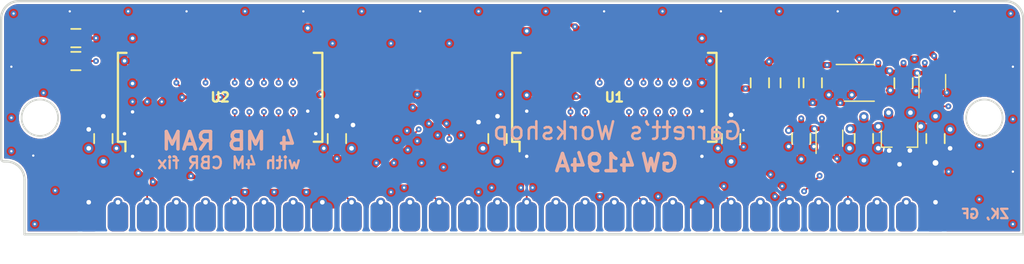
<source format=kicad_pcb>
(kicad_pcb (version 20171130) (host pcbnew "(5.1.10-1-10_14)")
  (title_block (title GW4194A) (date 2021-06-19) (rev 1.0-SOJ) (company "Garrett's Workshop"))
  (layers (0 F.Cu signal) (1 In1.Cu power) (2 In2.Cu signal) (31 B.Cu power) (34 B.Paste user) (35 F.Paste user) (36 B.SilkS user) (37 F.SilkS user) (38 B.Mask user) (39 F.Mask user) (44 Edge.Cuts user))
  (net 0 "")
  (net 1 +5V)
  (net 2 /D0)
  (net 3 /D1)
  (net 4 /~WE~)
  (net 5 /~RAS~)
  (net 6 /~CAS~)
  (net 7 /D2)
  (net 8 /D3)
  (net 9 GND)
  (net 10 /D4)
  (net 11 /D5)
  (net 12 /D6)
  (net 13 /A11)
  (net 14 /D7)
  (net 15 /QP)
  (net 16 /~CASP~)
  (net 17 /DP)
  (net 18 /1A0)
  (net 19 /1A1)
  (net 20 /1A2)
  (net 21 /1A3)
  (net 22 /1A4)
  (net 23 /1A5)
  (net 24 /1A6)
  (net 25 /1A7)
  (net 26 /1A8)
  (net 27 /1A10)
  (net 28 /1A9)
  (net 29 /~RWE~)
  (net 30 /~OE~)
  (net 31 /~WEE~)
  (net 32 "Net-(U4-Pad5)")
  (net 33 +3V3)
  (net 34 "Net-(R3-Pad2)")
  (net 35 "Net-(R4-Pad2)")
  (net 36 "Net-(C9-Pad1)")
  (module stdpads:NXP_TSSOP-8_3x3mm_P0.65mm (layer F.Cu) (at 150.85 88.4)
    (fp_text reference U4)
    (fp_text value 74LVC1G74DC)
    (pad 8 smd roundrect (at 1.65 -1.05) (size 1.15 0.6) (layers F.Cu F.Paste F.Mask) (net 33 +3V3))
    (pad 7 smd roundrect (at 1.65 -0.325) (size 1.15 0.45) (layers F.Cu F.Paste F.Mask) (net 33 +3V3))
    (pad 6 smd roundrect (at 1.65 0.325) (size 1.15 0.45) (layers F.Cu F.Paste F.Mask) (net 34 "Net-(R3-Pad2)"))
    (pad 5 smd roundrect (at 1.65 1.05) (size 1.15 0.6) (layers F.Cu F.Paste F.Mask) (net 32 "Net-(U4-Pad5)"))
    (pad 4 smd roundrect (at -1.65 1.05) (size 1.15 0.6) (layers F.Cu F.Paste F.Mask) (net 9 GND))
    (pad 3 smd roundrect (at -1.65 0.325) (size 1.15 0.4) (layers F.Cu F.Paste F.Mask) (net 31 /~WEE~))
    (pad 2 smd roundrect (at -1.65 -0.325) (size 1.15 0.4) (layers F.Cu F.Paste F.Mask) (net 6 /~CAS~))
    (pad 1 smd roundrect (at -1.65 -1.05) (size 1.15 0.6) (layers F.Cu F.Paste F.Mask) (net 36 "Net-(C9-Pad1)"))
  )
  (module stdpads:SIMM-30_Edge (layer F.Cu) (at 120.65 99.822)
    (fp_text reference J1)
    (fp_text value DRAM-SIMM-30)
    (pad 1 smd roundrect (at -36.83 0.254) (size 1.778 2.54) (layers B.Cu B.Mask) (net 1 +5V))
    (pad 1 smd roundrect (at -36.83 0.254) (size 1.778 2.54) (layers F.Cu F.Mask) (net 1 +5V))
    (pad 2 smd roundrect (at -34.29 0.254) (size 1.778 2.54) (layers B.Cu B.Mask) (net 6 /~CAS~))
    (pad 3 smd roundrect (at -31.75 0.254) (size 1.778 2.54) (layers B.Cu B.Mask) (net 2 /D0))
    (pad 4 smd roundrect (at -29.21 0.254) (size 1.778 2.54) (layers B.Cu B.Mask) (net 22 /1A4))
    (pad 5 smd roundrect (at -26.67 0.254) (size 1.778 2.54) (layers B.Cu B.Mask) (net 21 /1A3))
    (pad 6 smd roundrect (at -24.13 0.254) (size 1.778 2.54) (layers B.Cu B.Mask) (net 3 /D1))
    (pad 7 smd roundrect (at -21.59 0.254) (size 1.778 2.54) (layers B.Cu B.Mask) (net 23 /1A5))
    (pad 8 smd roundrect (at -19.05 0.254) (size 1.778 2.54) (layers B.Cu B.Mask) (net 20 /1A2))
    (pad 9 smd roundrect (at -16.51 0.254) (size 1.778 2.54) (layers B.Cu B.Mask) (net 9 GND))
    (pad 10 smd roundrect (at -13.97 0.254) (size 1.778 2.54) (layers B.Cu B.Mask) (net 7 /D2))
    (pad 11 smd roundrect (at -11.43 0.254) (size 1.778 2.54) (layers B.Cu B.Mask) (net 24 /1A6))
    (pad 12 smd roundrect (at -8.89 0.254) (size 1.778 2.54) (layers B.Cu B.Mask) (net 19 /1A1))
    (pad 13 smd roundrect (at -6.35 0.254) (size 1.778 2.54) (layers B.Cu B.Mask) (net 8 /D3))
    (pad 14 smd roundrect (at -3.81 0.254) (size 1.778 2.54) (layers B.Cu B.Mask) (net 25 /1A7))
    (pad 15 smd roundrect (at -1.27 0.254) (size 1.778 2.54) (layers B.Cu B.Mask) (net 18 /1A0))
    (pad 16 smd roundrect (at 1.27 0.254) (size 1.778 2.54) (layers B.Cu B.Mask) (net 10 /D4))
    (pad 17 smd roundrect (at 3.81 0.254) (size 1.778 2.54) (layers B.Cu B.Mask) (net 26 /1A8))
    (pad 18 smd roundrect (at 6.35 0.254) (size 1.778 2.54) (layers B.Cu B.Mask) (net 27 /1A10))
    (pad 19 smd roundrect (at 8.89 0.254) (size 1.778 2.54) (layers B.Cu B.Mask) (net 28 /1A9))
    (pad 20 smd roundrect (at 11.43 0.254) (size 1.778 2.54) (layers B.Cu B.Mask) (net 11 /D5))
    (pad 21 smd roundrect (at 13.97 0.254) (size 1.778 2.54) (layers B.Cu B.Mask) (net 4 /~WE~))
    (pad 22 smd roundrect (at 16.51 0.254) (size 1.778 2.54) (layers B.Cu B.Mask) (net 9 GND))
    (pad 23 smd roundrect (at 19.05 0.254) (size 1.778 2.54) (layers B.Cu B.Mask) (net 12 /D6))
    (pad 24 smd roundrect (at 21.59 0.254) (size 1.778 2.54) (layers B.Cu B.Mask) (net 13 /A11))
    (pad 25 smd roundrect (at 24.13 0.254) (size 1.778 2.54) (layers B.Cu B.Mask) (net 14 /D7))
    (pad 26 smd roundrect (at 26.67 0.254) (size 1.778 2.54) (layers B.Cu B.Mask) (net 15 /QP))
    (pad 27 smd roundrect (at 29.21 0.254) (size 1.778 2.54) (layers B.Cu B.Mask) (net 5 /~RAS~))
    (pad 28 smd roundrect (at 31.75 0.254) (size 1.778 2.54) (layers B.Cu B.Mask) (net 16 /~CASP~))
    (pad 29 smd roundrect (at 34.29 0.254) (size 1.778 2.54) (layers B.Cu B.Mask) (net 17 /DP))
    (pad 30 smd roundrect (at 36.83 0.254) (size 1.778 2.54) (layers B.Cu B.Mask) (net 1 +5V))
    (pad 2 smd roundrect (at -34.29 0.254) (size 1.778 2.54) (layers F.Cu F.Mask) (net 6 /~CAS~))
    (pad 3 thru_hole circle (at -31.75 -1.016) (size 0.8 0.8) (drill 0.4) (layers *.Cu *.Mask) (net 2 /D0))
    (pad 11 smd roundrect (at -11.43 0.254) (size 1.778 2.54) (layers F.Cu F.Mask) (net 24 /1A6))
    (pad 5 smd roundrect (at -26.67 0.254) (size 1.778 2.54) (layers F.Cu F.Mask) (net 21 /1A3))
    (pad 12 smd roundrect (at -8.89 0.254) (size 1.778 2.54) (layers F.Cu F.Mask) (net 19 /1A1))
    (pad 26 smd roundrect (at 26.67 0.254) (size 1.778 2.54) (layers F.Cu F.Mask) (net 15 /QP))
    (pad 13 smd roundrect (at -6.35 0.254) (size 1.778 2.54) (layers F.Cu F.Mask) (net 8 /D3))
    (pad 14 smd roundrect (at -3.81 0.254) (size 1.778 2.54) (layers F.Cu F.Mask) (net 25 /1A7))
    (pad 4 smd roundrect (at -29.21 0.254) (size 1.778 2.54) (layers F.Cu F.Mask) (net 22 /1A4))
    (pad 29 smd roundrect (at 34.29 0.254) (size 1.778 2.54) (layers F.Cu F.Mask) (net 17 /DP))
    (pad 3 smd roundrect (at -31.75 0.254) (size 1.778 2.54) (layers F.Cu F.Mask) (net 2 /D0))
    (pad 24 smd roundrect (at 21.59 0.254) (size 1.778 2.54) (layers F.Cu F.Mask) (net 13 /A11))
    (pad 16 smd roundrect (at 1.27 0.254) (size 1.778 2.54) (layers F.Cu F.Mask) (net 10 /D4))
    (pad 20 smd roundrect (at 11.43 0.254) (size 1.778 2.54) (layers F.Cu F.Mask) (net 11 /D5))
    (pad 23 smd roundrect (at 19.05 0.254) (size 1.778 2.54) (layers F.Cu F.Mask) (net 12 /D6))
    (pad 9 smd roundrect (at -16.51 0.254) (size 1.778 2.54) (layers F.Cu F.Mask) (net 9 GND))
    (pad 18 smd roundrect (at 6.35 0.254) (size 1.778 2.54) (layers F.Cu F.Mask) (net 27 /1A10))
    (pad 21 smd roundrect (at 13.97 0.254) (size 1.778 2.54) (layers F.Cu F.Mask) (net 4 /~WE~))
    (pad 19 smd roundrect (at 8.89 0.254) (size 1.778 2.54) (layers F.Cu F.Mask) (net 28 /1A9))
    (pad 10 smd roundrect (at -13.97 0.254) (size 1.778 2.54) (layers F.Cu F.Mask) (net 7 /D2))
    (pad 22 smd roundrect (at 16.51 0.254) (size 1.778 2.54) (layers F.Cu F.Mask) (net 9 GND))
    (pad 6 smd roundrect (at -24.13 0.254) (size 1.778 2.54) (layers F.Cu F.Mask) (net 3 /D1))
    (pad 17 smd roundrect (at 3.81 0.254) (size 1.778 2.54) (layers F.Cu F.Mask) (net 26 /1A8))
    (pad 7 smd roundrect (at -21.59 0.254) (size 1.778 2.54) (layers F.Cu F.Mask) (net 23 /1A5))
    (pad 8 smd roundrect (at -19.05 0.254) (size 1.778 2.54) (layers F.Cu F.Mask) (net 20 /1A2))
    (pad 27 smd roundrect (at 29.21 0.254) (size 1.778 2.54) (layers F.Cu F.Mask) (net 5 /~RAS~))
    (pad 28 smd roundrect (at 31.75 0.254) (size 1.778 2.54) (layers F.Cu F.Mask) (net 16 /~CASP~))
    (pad 30 smd roundrect (at 36.83 0.254) (size 1.778 2.54) (layers F.Cu F.Mask) (net 1 +5V))
    (pad 15 smd roundrect (at -1.27 0.254) (size 1.778 2.54) (layers F.Cu F.Mask) (net 18 /1A0))
    (pad 25 smd roundrect (at 24.13 0.254) (size 1.778 2.54) (layers F.Cu F.Mask) (net 14 /D7))
    (pad 2 thru_hole circle (at -34.29 -1.016) (size 0.8 0.8) (drill 0.4) (layers *.Cu *.Mask) (net 6 /~CAS~))
    (pad 1 thru_hole circle (at -36.83 -1.016) (size 0.8 0.8) (drill 0.4) (layers *.Cu *.Mask) (net 1 +5V))
    (pad 5 thru_hole circle (at -26.67 -1.016) (size 0.8 0.8) (drill 0.4) (layers *.Cu *.Mask) (net 21 /1A3))
    (pad 4 thru_hole circle (at -29.21 -1.016) (size 0.8 0.8) (drill 0.4) (layers *.Cu *.Mask) (net 22 /1A4))
    (pad 6 thru_hole circle (at -24.13 -1.016) (size 0.8 0.8) (drill 0.4) (layers *.Cu *.Mask) (net 3 /D1))
    (pad 7 thru_hole circle (at -21.59 -1.016) (size 0.8 0.8) (drill 0.4) (layers *.Cu *.Mask) (net 23 /1A5))
    (pad 9 thru_hole circle (at -16.51 -1.016) (size 0.8 0.8) (drill 0.4) (layers *.Cu *.Mask) (net 9 GND))
    (pad 8 thru_hole circle (at -19.05 -1.016) (size 0.8 0.8) (drill 0.4) (layers *.Cu *.Mask) (net 20 /1A2))
    (pad 11 thru_hole circle (at -11.43 -1.016) (size 0.8 0.8) (drill 0.4) (layers *.Cu *.Mask) (net 24 /1A6))
    (pad 10 thru_hole circle (at -13.97 -1.016) (size 0.8 0.8) (drill 0.4) (layers *.Cu *.Mask) (net 7 /D2))
    (pad 12 thru_hole circle (at -8.89 -1.016) (size 0.8 0.8) (drill 0.4) (layers *.Cu *.Mask) (net 19 /1A1))
    (pad 14 thru_hole circle (at -3.81 -1.016) (size 0.8 0.8) (drill 0.4) (layers *.Cu *.Mask) (net 25 /1A7))
    (pad 13 thru_hole circle (at -6.35 -1.016) (size 0.8 0.8) (drill 0.4) (layers *.Cu *.Mask) (net 8 /D3))
    (pad 15 thru_hole circle (at -1.27 -1.016) (size 0.8 0.8) (drill 0.4) (layers *.Cu *.Mask) (net 18 /1A0))
    (pad 17 thru_hole circle (at 3.81 -1.016) (size 0.8 0.8) (drill 0.4) (layers *.Cu *.Mask) (net 26 /1A8))
    (pad 16 thru_hole circle (at 1.27 -1.016) (size 0.8 0.8) (drill 0.4) (layers *.Cu *.Mask) (net 10 /D4))
    (pad 18 thru_hole circle (at 6.35 -1.016) (size 0.8 0.8) (drill 0.4) (layers *.Cu *.Mask) (net 27 /1A10))
    (pad 27 thru_hole circle (at 29.21 -1.016) (size 0.8 0.8) (drill 0.4) (layers *.Cu *.Mask) (net 5 /~RAS~))
    (pad 26 thru_hole circle (at 26.67 -1.016) (size 0.8 0.8) (drill 0.4) (layers *.Cu *.Mask) (net 15 /QP))
    (pad 28 thru_hole circle (at 31.75 -1.016) (size 0.8 0.8) (drill 0.4) (layers *.Cu *.Mask) (net 16 /~CASP~))
    (pad 21 thru_hole circle (at 13.97 -1.016) (size 0.8 0.8) (drill 0.4) (layers *.Cu *.Mask) (net 4 /~WE~))
    (pad 20 thru_hole circle (at 11.43 -1.016) (size 0.8 0.8) (drill 0.4) (layers *.Cu *.Mask) (net 11 /D5))
    (pad 22 thru_hole circle (at 16.51 -1.016) (size 0.8 0.8) (drill 0.4) (layers *.Cu *.Mask) (net 9 GND))
    (pad 24 thru_hole circle (at 21.59 -1.016) (size 0.8 0.8) (drill 0.4) (layers *.Cu *.Mask) (net 13 /A11))
    (pad 23 thru_hole circle (at 19.05 -1.016) (size 0.8 0.8) (drill 0.4) (layers *.Cu *.Mask) (net 12 /D6))
    (pad 25 thru_hole circle (at 24.13 -1.016) (size 0.8 0.8) (drill 0.4) (layers *.Cu *.Mask) (net 14 /D7))
    (pad 19 thru_hole circle (at 8.89 -1.016) (size 0.8 0.8) (drill 0.4) (layers *.Cu *.Mask) (net 28 /1A9))
    (pad 29 thru_hole circle (at 34.29 -1.016) (size 0.8 0.8) (drill 0.4) (layers *.Cu *.Mask) (net 17 /DP))
    (pad 30 thru_hole circle (at 36.83 -1.016) (size 0.8 0.8) (drill 0.4) (layers *.Cu *.Mask) (net 1 +5V))
  )
  (module stdpads:R_0805 (layer F.Cu) (at 142.2 88.4 90)
    (fp_text reference R4)
    (fp_text value 100)
    (pad 2 smd roundrect (at 0.95 0 90) (size 0.85 1.4) (layers F.Cu F.Paste F.Mask) (net 35 "Net-(R4-Pad2)"))
    (pad 1 smd roundrect (at -0.95 0 90) (size 0.85 1.4) (layers F.Cu F.Paste F.Mask) (net 29 /~RWE~))
  )
  (module stdpads:C_0805 (layer F.Cu) (at 145.8 93.25 270)
    (fp_text reference C6)
    (fp_text value 2u2)
    (pad 2 smd roundrect (at 0.85 0 270) (size 1.05 1.4) (layers F.Cu F.Paste F.Mask) (net 9 GND))
    (pad 1 smd roundrect (at -0.85 0 270) (size 1.05 1.4) (layers F.Cu F.Paste F.Mask) (net 33 +3V3))
  )
  (module stdpads:C_0805 (layer F.Cu) (at 151.25 93.25 270)
    (fp_text reference C7 hide)
    (fp_text value 2u2 hide)
    (pad 1 smd roundrect (at -0.85 0 270) (size 1.05 1.4) (layers F.Cu F.Paste F.Mask) (net 33 +3V3))
    (pad 2 smd roundrect (at 0.85 0 270) (size 1.05 1.4) (layers F.Cu F.Paste F.Mask) (net 9 GND))
  )
  (module stdpads:C_0805 (layer F.Cu) (at 85.09 93.257 270)
    (fp_text reference C1 hide)
    (fp_text value 2u2 hide)
    (pad 1 smd roundrect (at -0.85 0 270) (size 1.05 1.4) (layers F.Cu F.Paste F.Mask) (net 1 +5V))
    (pad 2 smd roundrect (at 0.85 0 270) (size 1.05 1.4) (layers F.Cu F.Paste F.Mask) (net 9 GND))
  )
  (module stdpads:C_0805 (layer F.Cu) (at 105.41 93.257 270)
    (fp_text reference C2 hide)
    (fp_text value 2u2 hide)
    (pad 2 smd roundrect (at 0.85 0 270) (size 1.05 1.4) (layers F.Cu F.Paste F.Mask) (net 9 GND))
    (pad 1 smd roundrect (at -0.85 0 270) (size 1.05 1.4) (layers F.Cu F.Paste F.Mask) (net 1 +5V))
  )
  (module stdpads:C_0805 (layer F.Cu) (at 119.38 93.257 270)
    (fp_text reference C3 hide)
    (fp_text value 2u2 hide)
    (pad 1 smd roundrect (at -0.85 0 270) (size 1.05 1.4) (layers F.Cu F.Paste F.Mask) (net 1 +5V))
    (pad 2 smd roundrect (at 0.85 0 270) (size 1.05 1.4) (layers F.Cu F.Paste F.Mask) (net 9 GND))
  )
  (module stdpads:C_0805 (layer F.Cu) (at 157.48 93.257 90)
    (fp_text reference C5 hide)
    (fp_text value 2u2 hide)
    (pad 1 smd roundrect (at -0.85 0 90) (size 1.05 1.4) (layers F.Cu F.Paste F.Mask) (net 1 +5V))
    (pad 2 smd roundrect (at 0.85 0 90) (size 1.05 1.4) (layers F.Cu F.Paste F.Mask) (net 9 GND))
  )
  (module stdpads:R_0805 (layer F.Cu) (at 82.7 86.5 180)
    (fp_text reference R1)
    (fp_text value EDO)
    (pad 2 smd roundrect (at 0.95 0 180) (size 0.85 1.4) (layers F.Cu F.Paste F.Mask) (net 30 /~OE~))
    (pad 1 smd roundrect (at -0.95 0 180) (size 0.85 1.4) (layers F.Cu F.Paste F.Mask) (net 6 /~CAS~))
  )
  (module stdpads:R_0805 (layer F.Cu) (at 82.7 84.5)
    (fp_text reference R2)
    (fp_text value FPM)
    (pad 1 smd roundrect (at -0.95 0) (size 0.85 1.4) (layers F.Cu F.Paste F.Mask) (net 30 /~OE~))
    (pad 2 smd roundrect (at 0.95 0) (size 0.85 1.4) (layers F.Cu F.Paste F.Mask) (net 9 GND))
  )
  (module stdpads:SOT-23 (layer F.Cu) (at 154.35 93.25 90)
    (fp_text reference U6)
    (fp_text value XC6206PxxxMR)
    (pad 3 smd roundrect (at -1.05 0 270) (size 1.35 0.8) (layers F.Cu F.Paste F.Mask) (net 1 +5V))
    (pad 2 smd roundrect (at 1.05 -0.95 270) (size 1.35 0.8) (layers F.Cu F.Paste F.Mask) (net 33 +3V3))
    (pad 1 smd roundrect (at 1.05 0.95 270) (size 1.35 0.8) (layers F.Cu F.Paste F.Mask) (net 9 GND))
  )
  (module stdpads:C_0805 (layer F.Cu) (at 154.7 88.4 270)
    (fp_text reference C8)
    (fp_text value 2u2)
    (pad 1 smd roundrect (at -0.85 0 270) (size 1.05 1.4) (layers F.Cu F.Paste F.Mask) (net 33 +3V3))
    (pad 2 smd roundrect (at 0.85 0 270) (size 1.05 1.4) (layers F.Cu F.Paste F.Mask) (net 9 GND))
  )
  (module stdpads:C_0805 (layer F.Cu) (at 146.8 88.4 270)
    (fp_text reference C9)
    (fp_text value 22p)
    (pad 2 smd roundrect (at 0.85 0 270) (size 1.05 1.4) (layers F.Cu F.Paste F.Mask) (net 9 GND))
    (pad 1 smd roundrect (at -0.85 0 270) (size 1.05 1.4) (layers F.Cu F.Paste F.Mask) (net 36 "Net-(C9-Pad1)"))
  )
  (module stdpads:SOT-353 (layer F.Cu) (at 148.25 93.25 270)
    (fp_text reference U3)
    (fp_text value 74LVC1G04)
    (pad 5 smd roundrect (at -0.85 0.65 90) (size 1 0.4) (layers F.Cu F.Paste F.Mask) (net 33 +3V3))
    (pad 4 smd roundrect (at -0.85 -0.65 90) (size 1 0.4) (layers F.Cu F.Paste F.Mask) (net 34 "Net-(R3-Pad2)"))
    (pad 2 smd roundrect (at 0.85 0 90) (size 1 0.4) (layers F.Cu F.Paste F.Mask) (net 5 /~RAS~))
    (pad 1 smd roundrect (at 0.85 0.65 90) (size 1 0.4) (layers F.Cu F.Paste F.Mask))
    (pad 3 smd roundrect (at 0.85 -0.65 90) (size 1 0.4) (layers F.Cu F.Paste F.Mask) (net 9 GND))
  )
  (module stdpads:SOT-353 (layer F.Cu) (at 157.2 88.4 270)
    (fp_text reference U5)
    (fp_text value 74LVC1G32)
    (pad 3 smd roundrect (at 0.85 -0.65 90) (size 1 0.4) (layers F.Cu F.Paste F.Mask) (net 9 GND))
    (pad 1 smd roundrect (at 0.85 0.65 90) (size 1 0.4) (layers F.Cu F.Paste F.Mask) (net 4 /~WE~))
    (pad 2 smd roundrect (at 0.85 0 90) (size 1 0.4) (layers F.Cu F.Paste F.Mask) (net 31 /~WEE~))
    (pad 4 smd roundrect (at -0.85 -0.65 90) (size 1 0.4) (layers F.Cu F.Paste F.Mask) (net 35 "Net-(R4-Pad2)"))
    (pad 5 smd roundrect (at -0.85 0.65 90) (size 1 0.4) (layers F.Cu F.Paste F.Mask) (net 33 +3V3))
  )
  (module stdpads:R_0805 (layer F.Cu) (at 144.8 88.4 270)
    (fp_text reference R3)
    (fp_text value 100)
    (pad 1 smd roundrect (at -0.95 0 270) (size 0.85 1.4) (layers F.Cu F.Paste F.Mask) (net 36 "Net-(C9-Pad1)"))
    (pad 2 smd roundrect (at 0.95 0 270) (size 0.85 1.4) (layers F.Cu F.Paste F.Mask) (net 34 "Net-(R3-Pad2)"))
  )
  (module stdpads:SOJ-24-26_300mil (layer F.Cu) (at 129.54 89.662 90)
    (fp_text reference U1)
    (fp_text value 4C4M4)
    (fp_text user %R (at 0 0) (layer F.SilkS) (effects (font (size 0.8128 0.8128) (thickness 0.2032))))
    (pad 8 smd roundrect (at -3.175 1.27 90) (size 3.048 0.6) (layers F.Cu F.Paste F.Mask) (net 27 /1A10))
    (pad 19 smd roundrect (at 3.175 1.27 90) (size 3.048 0.6) (layers F.Cu F.Paste F.Mask) (net 26 /1A8))
    (pad 6 smd roundrect (at -3.175 -1.27 90) (size 3.048 0.6) (layers F.Cu F.Paste F.Mask))
    (pad 21 smd roundrect (at 3.175 -1.27 90) (size 3.048 0.6) (layers F.Cu F.Paste F.Mask) (net 28 /1A9))
    (pad 1 smd roundrect (at -3.175 -7.62 90) (size 3.048 0.6) (layers F.Cu F.Paste F.Mask) (net 1 +5V))
    (pad 2 smd roundrect (at -3.175 -6.35 90) (size 3.048 0.6) (layers F.Cu F.Paste F.Mask) (net 11 /D5))
    (pad 3 smd roundrect (at -3.175 -5.08 90) (size 3.048 0.6) (layers F.Cu F.Paste F.Mask) (net 14 /D7))
    (pad 4 smd roundrect (at -3.175 -3.81 90) (size 3.048 0.6) (layers F.Cu F.Paste F.Mask) (net 29 /~RWE~))
    (pad 5 smd roundrect (at -3.175 -2.54 90) (size 3.048 0.6) (layers F.Cu F.Paste F.Mask) (net 5 /~RAS~))
    (pad 9 smd roundrect (at -3.175 2.54 90) (size 3.048 0.6) (layers F.Cu F.Paste F.Mask) (net 18 /1A0))
    (pad 10 smd roundrect (at -3.175 3.81 90) (size 3.048 0.6) (layers F.Cu F.Paste F.Mask) (net 19 /1A1))
    (pad 11 smd roundrect (at -3.175 5.08 90) (size 3.048 0.6) (layers F.Cu F.Paste F.Mask) (net 20 /1A2))
    (pad 12 smd roundrect (at -3.175 6.35 90) (size 3.048 0.6) (layers F.Cu F.Paste F.Mask) (net 21 /1A3))
    (pad 13 smd roundrect (at -3.175 7.62 90) (size 3.048 0.6) (layers F.Cu F.Paste F.Mask) (net 1 +5V))
    (pad 15 smd roundrect (at 3.175 6.35 90) (size 3.048 0.6) (layers F.Cu F.Paste F.Mask) (net 22 /1A4))
    (pad 16 smd roundrect (at 3.175 5.08 90) (size 3.048 0.6) (layers F.Cu F.Paste F.Mask) (net 23 /1A5))
    (pad 17 smd roundrect (at 3.175 3.81 90) (size 3.048 0.6) (layers F.Cu F.Paste F.Mask) (net 24 /1A6))
    (pad 18 smd roundrect (at 3.175 2.54 90) (size 3.048 0.6) (layers F.Cu F.Paste F.Mask) (net 25 /1A7))
    (pad 22 smd roundrect (at 3.175 -2.54 90) (size 3.048 0.6) (layers F.Cu F.Paste F.Mask) (net 30 /~OE~))
    (pad 23 smd roundrect (at 3.175 -3.81 90) (size 3.048 0.6) (layers F.Cu F.Paste F.Mask) (net 6 /~CAS~))
    (pad 24 smd roundrect (at 3.175 -5.08 90) (size 3.048 0.6) (layers F.Cu F.Paste F.Mask) (net 12 /D6))
    (pad 25 smd roundrect (at 3.175 -6.35 90) (size 3.048 0.6) (layers F.Cu F.Paste F.Mask) (net 10 /D4))
    (pad 26 smd roundrect (at 3.175 -7.62 90) (size 3.048 0.6) (layers F.Cu F.Paste F.Mask) (net 9 GND))
    (pad 14 smd roundrect (at 3.175 7.62 90) (size 3.048 0.6) (layers F.Cu F.Paste F.Mask) (net 9 GND))
  )
  (module stdpads:SOJ-24-26_300mil (layer F.Cu) (at 95.25 89.662 90)
    (fp_text reference U2)
    (fp_text value 4C4M4)
    (fp_text user %R (at 0 0) (layer F.SilkS) (effects (font (size 0.8128 0.8128) (thickness 0.2032))))
    (pad 14 smd roundrect (at 3.175 7.62 90) (size 3.048 0.6) (layers F.Cu F.Paste F.Mask) (net 9 GND))
    (pad 26 smd roundrect (at 3.175 -7.62 90) (size 3.048 0.6) (layers F.Cu F.Paste F.Mask) (net 9 GND))
    (pad 25 smd roundrect (at 3.175 -6.35 90) (size 3.048 0.6) (layers F.Cu F.Paste F.Mask) (net 2 /D0))
    (pad 24 smd roundrect (at 3.175 -5.08 90) (size 3.048 0.6) (layers F.Cu F.Paste F.Mask) (net 7 /D2))
    (pad 23 smd roundrect (at 3.175 -3.81 90) (size 3.048 0.6) (layers F.Cu F.Paste F.Mask) (net 6 /~CAS~))
    (pad 22 smd roundrect (at 3.175 -2.54 90) (size 3.048 0.6) (layers F.Cu F.Paste F.Mask) (net 30 /~OE~))
    (pad 18 smd roundrect (at 3.175 2.54 90) (size 3.048 0.6) (layers F.Cu F.Paste F.Mask) (net 24 /1A6))
    (pad 17 smd roundrect (at 3.175 3.81 90) (size 3.048 0.6) (layers F.Cu F.Paste F.Mask) (net 25 /1A7))
    (pad 16 smd roundrect (at 3.175 5.08 90) (size 3.048 0.6) (layers F.Cu F.Paste F.Mask) (net 26 /1A8))
    (pad 15 smd roundrect (at 3.175 6.35 90) (size 3.048 0.6) (layers F.Cu F.Paste F.Mask) (net 28 /1A9))
    (pad 13 smd roundrect (at -3.175 7.62 90) (size 3.048 0.6) (layers F.Cu F.Paste F.Mask) (net 1 +5V))
    (pad 12 smd roundrect (at -3.175 6.35 90) (size 3.048 0.6) (layers F.Cu F.Paste F.Mask) (net 27 /1A10))
    (pad 11 smd roundrect (at -3.175 5.08 90) (size 3.048 0.6) (layers F.Cu F.Paste F.Mask) (net 18 /1A0))
    (pad 10 smd roundrect (at -3.175 3.81 90) (size 3.048 0.6) (layers F.Cu F.Paste F.Mask) (net 19 /1A1))
    (pad 9 smd roundrect (at -3.175 2.54 90) (size 3.048 0.6) (layers F.Cu F.Paste F.Mask) (net 20 /1A2))
    (pad 5 smd roundrect (at -3.175 -2.54 90) (size 3.048 0.6) (layers F.Cu F.Paste F.Mask) (net 5 /~RAS~))
    (pad 4 smd roundrect (at -3.175 -3.81 90) (size 3.048 0.6) (layers F.Cu F.Paste F.Mask) (net 29 /~RWE~))
    (pad 3 smd roundrect (at -3.175 -5.08 90) (size 3.048 0.6) (layers F.Cu F.Paste F.Mask) (net 8 /D3))
    (pad 2 smd roundrect (at -3.175 -6.35 90) (size 3.048 0.6) (layers F.Cu F.Paste F.Mask) (net 3 /D1))
    (pad 1 smd roundrect (at -3.175 -7.62 90) (size 3.048 0.6) (layers F.Cu F.Paste F.Mask) (net 1 +5V))
    (pad 21 smd roundrect (at 3.175 -1.27 90) (size 3.048 0.6) (layers F.Cu F.Paste F.Mask) (net 22 /1A4))
    (pad 6 smd roundrect (at -3.175 -1.27 90) (size 3.048 0.6) (layers F.Cu F.Paste F.Mask))
    (pad 19 smd roundrect (at 3.175 1.27 90) (size 3.048 0.6) (layers F.Cu F.Paste F.Mask) (net 23 /1A5))
    (pad 8 smd roundrect (at -3.175 1.27 90) (size 3.048 0.6) (layers F.Cu F.Paste F.Mask) (net 21 /1A3))
  )
  (module stdpads:C_0805 (layer F.Cu) (at 139.7 93.257 270)
    (fp_text reference C4)
    (fp_text value 2u2)
    (pad 1 smd roundrect (at -0.85 0 270) (size 1.05 1.4) (layers F.Cu F.Paste F.Mask) (net 1 +5V))
    (pad 2 smd roundrect (at 0.85 0 270) (size 1.05 1.4) (layers F.Cu F.Paste F.Mask) (net 9 GND))
  )
  (gr_text "ZK, GF" (at 161.798 99.822) (layer B.SilkS) (effects (font (size 0.8128 0.8128) (thickness 0.2032)) (justify mirror)))
  (gr_arc (start 76.6445 96.8375) (end 78.232 96.8375) (angle -90) (layer Edge.Cuts) (width 0.2))
  (gr_arc (start 76.454 94.996) (end 76.2 94.996) (angle -90) (layer Edge.Cuts) (width 0.2))
  (gr_line (start 78.232 101.6) (end 78.232 96.8375) (layer Edge.Cuts) (width 0.2))
  (gr_line (start 76.6445 95.25) (end 76.454 95.25) (layer Edge.Cuts) (width 0.2))
  (gr_text "4 MB RAM" (at 96.012 93.472) (layer B.SilkS) (effects (font (size 1.524 1.524) (thickness 0.3)) (justify mirror)))
  (gr_text "with 4M CBR fix" (at 96.012 95.377) (layer B.SilkS) (effects (font (size 1.016 1.016) (thickness 0.2032)) (justify mirror)))
  (gr_text "Garrett’s Workshop" (at 129.794 92.583) (layer B.SilkS) (effects (font (size 1.524 1.524) (thickness 0.225)) (justify mirror)))
  (gr_arc (start 77.724 82.804) (end 77.724 81.28) (angle -90) (layer Edge.Cuts) (width 0.2))
  (gr_arc (start 163.576 82.804) (end 165.1 82.804) (angle -90) (layer Edge.Cuts) (width 0.2))
  (gr_text 4194A (at 127.889 95.377) (layer B.SilkS) (effects (font (size 1.5 1.5) (thickness 0.3)) (justify mirror)))
  (gr_text GW (at 133.477 95.377) (layer B.SilkS) (effects (font (size 1.5 1.5) (thickness 0.3)) (justify mirror)))
  (gr_circle (center 79.5655 91.44) (end 77.978 91.44) (layer Edge.Cuts) (width 0.15))
  (gr_circle (center 161.7345 91.44) (end 163.322 91.44) (layer Edge.Cuts) (width 0.15))
  (gr_line (start 76.2 94.996) (end 76.2 82.804) (layer Edge.Cuts) (width 0.2))
  (gr_line (start 165.1 82.804) (end 165.1 101.6) (layer Edge.Cuts) (width 0.2))
  (gr_line (start 77.724 81.28) (end 163.576 81.28) (layer Edge.Cuts) (width 0.2))
  (gr_line (start 165.1 101.6) (end 78.232 101.6) (layer Edge.Cuts) (width 0.2))
  (segment (start 87.625 94.107) (end 87.63 94.112) (width 0.508) (layer F.Cu) (net 1))
  (segment (start 157.48 98.806) (end 157.48 95.377) (width 1.27) (layer F.Cu) (net 1))
  (segment (start 157.48 95.377) (end 157.48 94.107) (width 0.762) (layer F.Cu) (net 1))
  (via (at 158.75 94.107) (size 0.8) (drill 0.4) (layers F.Cu B.Cu) (net 1))
  (segment (start 157.48 94.107) (end 158.75 94.107) (width 0.8) (layer F.Cu) (net 1))
  (via (at 157.48 95.377) (size 1) (drill 0.5) (layers F.Cu B.Cu) (net 1))
  (via (at 153.45 94.3) (size 0.8) (drill 0.4) (layers F.Cu B.Cu) (net 1))
  (segment (start 154.35 94.3) (end 153.45 94.3) (width 0.8) (layer F.Cu) (net 1))
  (segment (start 154.35 94.3) (end 155.25 94.3) (width 0.8) (layer F.Cu) (net 1))
  (via (at 155.25 94.3) (size 0.8) (drill 0.4) (layers F.Cu B.Cu) (net 1))
  (via (at 154.35 95.5) (size 0.8) (drill 0.4) (layers F.Cu B.Cu) (net 1))
  (segment (start 154.35 94.3) (end 154.35 95.5) (width 0.8) (layer F.Cu) (net 1))
  (via (at 87.63 90.932) (size 0.6) (drill 0.3) (layers F.Cu B.Cu) (net 1))
  (segment (start 87.63 94.112) (end 87.63 90.932) (width 0.6) (layer F.Cu) (net 1))
  (via (at 159.131 82.169) (size 0.508) (drill 0.2) (layers F.Cu B.Cu) (net 1))
  (via (at 148.971 82.169) (size 0.508) (drill 0.2) (layers F.Cu B.Cu) (net 1))
  (via (at 92.329 82.169) (size 0.508) (drill 0.2) (layers F.Cu B.Cu) (net 1))
  (via (at 102.489 82.169) (size 0.508) (drill 0.2) (layers F.Cu B.Cu) (net 1))
  (via (at 138.811 82.169) (size 0.508) (drill 0.2) (layers F.Cu B.Cu) (net 1))
  (via (at 128.651 82.169) (size 0.508) (drill 0.2) (layers F.Cu B.Cu) (net 1))
  (via (at 112.649 82.169) (size 0.508) (drill 0.2) (layers F.Cu B.Cu) (net 1))
  (via (at 82.169 82.169) (size 0.508) (drill 0.2) (layers F.Cu B.Cu) (net 1))
  (via (at 77.089 86.995) (size 0.508) (drill 0.2) (layers F.Cu B.Cu) (net 1))
  (via (at 164.211 86.995) (size 0.508) (drill 0.2) (layers F.Cu B.Cu) (net 1))
  (via (at 164.211 96.139) (size 0.508) (drill 0.2) (layers F.Cu B.Cu) (net 1))
  (via (at 78.994 94.742) (size 0.508) (drill 0.2) (layers F.Cu B.Cu) (net 1))
  (segment (start 155.443 94.107) (end 155.25 94.3) (width 0.8) (layer F.Cu) (net 1))
  (segment (start 157.48 94.107) (end 155.443 94.107) (width 0.8) (layer F.Cu) (net 1))
  (via (at 83.82 92.456) (size 0.8) (drill 0.4) (layers F.Cu B.Cu) (net 1))
  (segment (start 83.869 92.407) (end 83.82 92.456) (width 0.762) (layer F.Cu) (net 1))
  (segment (start 85.09 92.407) (end 83.869 92.407) (width 0.762) (layer F.Cu) (net 1))
  (via (at 85.09 91.313) (size 0.8) (drill 0.4) (layers F.Cu B.Cu) (net 1))
  (segment (start 85.09 92.407) (end 85.09 91.313) (width 0.762) (layer F.Cu) (net 1))
  (via (at 105.41 91.313) (size 0.8) (drill 0.4) (layers F.Cu B.Cu) (net 1))
  (segment (start 105.41 92.407) (end 105.41 91.313) (width 0.762) (layer F.Cu) (net 1))
  (via (at 119.38 91.313) (size 0.8) (drill 0.4) (layers F.Cu B.Cu) (net 1))
  (segment (start 119.38 92.407) (end 119.38 91.313) (width 0.762) (layer F.Cu) (net 1))
  (via (at 117.729 91.821) (size 0.8) (drill 0.4) (layers F.Cu B.Cu) (net 1))
  (segment (start 118.315 92.407) (end 117.729 91.821) (width 0.762) (layer F.Cu) (net 1))
  (segment (start 119.38 92.407) (end 118.315 92.407) (width 0.762) (layer F.Cu) (net 1))
  (via (at 106.807 92.075) (size 0.8) (drill 0.4) (layers F.Cu B.Cu) (net 1))
  (segment (start 106.475 92.407) (end 106.807 92.075) (width 0.762) (layer F.Cu) (net 1))
  (segment (start 105.41 92.407) (end 106.475 92.407) (width 0.762) (layer F.Cu) (net 1))
  (via (at 139.7 91.186) (size 0.8) (drill 0.4) (layers F.Cu B.Cu) (net 1))
  (segment (start 139.7 92.407) (end 139.7 91.186) (width 0.762) (layer F.Cu) (net 1))
  (via (at 140.7795 92.5195) (size 0.508) (drill 0.2) (layers F.Cu B.Cu) (net 1))
  (segment (start 140.667 92.407) (end 140.7795 92.5195) (width 0.508) (layer F.Cu) (net 1))
  (segment (start 139.7 92.407) (end 140.667 92.407) (width 0.508) (layer F.Cu) (net 1))
  (via (at 102.87 90.8685) (size 0.6) (drill 0.3) (layers F.Cu B.Cu) (net 1))
  (segment (start 102.87 92.837) (end 102.87 90.8685) (width 0.6) (layer F.Cu) (net 1))
  (segment (start 105.41 92.407) (end 102.919 92.407) (width 0.6) (layer F.Cu) (net 1))
  (segment (start 102.87 92.456) (end 102.87 92.837) (width 0.6) (layer F.Cu) (net 1))
  (segment (start 102.919 92.407) (end 102.87 92.456) (width 0.6) (layer F.Cu) (net 1))
  (segment (start 85.09 92.407) (end 87.5175 92.407) (width 0.6) (layer F.Cu) (net 1))
  (segment (start 87.63 92.5195) (end 87.63 92.837) (width 0.6) (layer F.Cu) (net 1))
  (segment (start 87.5175 92.407) (end 87.63 92.5195) (width 0.6) (layer F.Cu) (net 1))
  (via (at 87.63 94.8055) (size 0.6) (drill 0.3) (layers F.Cu B.Cu) (net 1))
  (segment (start 87.63 92.837) (end 87.63 94.8055) (width 0.6) (layer F.Cu) (net 1))
  (via (at 86.9315 92.837) (size 0.6) (drill 0.3) (layers F.Cu B.Cu) (net 1))
  (segment (start 87.63 92.837) (end 86.9315 92.837) (width 0.6) (layer F.Cu) (net 1))
  (via (at 103.5685 92.837) (size 0.6) (drill 0.3) (layers F.Cu B.Cu) (net 1))
  (segment (start 102.87 92.837) (end 103.5685 92.837) (width 0.6) (layer F.Cu) (net 1))
  (segment (start 139.7 92.407) (end 137.209 92.407) (width 0.6) (layer F.Cu) (net 1))
  (segment (start 137.16 92.456) (end 137.16 92.837) (width 0.6) (layer F.Cu) (net 1))
  (segment (start 137.209 92.407) (end 137.16 92.456) (width 0.6) (layer F.Cu) (net 1))
  (via (at 137.16 90.8685) (size 0.6) (drill 0.3) (layers F.Cu B.Cu) (net 1))
  (segment (start 137.16 92.837) (end 137.16 90.8685) (width 0.6) (layer F.Cu) (net 1))
  (via (at 137.16 94.8055) (size 0.6) (drill 0.3) (layers F.Cu B.Cu) (net 1))
  (segment (start 137.16 92.837) (end 137.16 94.8055) (width 0.6) (layer F.Cu) (net 1))
  (via (at 121.92 90.8685) (size 0.6) (drill 0.3) (layers F.Cu B.Cu) (net 1))
  (segment (start 121.92 92.837) (end 121.92 90.8685) (width 0.6) (layer F.Cu) (net 1))
  (via (at 121.92 94.8055) (size 0.6) (drill 0.3) (layers F.Cu B.Cu) (net 1))
  (segment (start 121.92 92.837) (end 121.92 94.8055) (width 0.6) (layer F.Cu) (net 1))
  (segment (start 119.38 92.407) (end 121.871 92.407) (width 0.6) (layer F.Cu) (net 1))
  (segment (start 121.92 92.456) (end 121.92 92.837) (width 0.6) (layer F.Cu) (net 1))
  (segment (start 121.871 92.407) (end 121.92 92.456) (width 0.6) (layer F.Cu) (net 1))
  (segment (start 88.9 89.281) (end 88.9 85.962) (width 0.1524) (layer F.Cu) (net 2))
  (segment (start 88.265 89.916) (end 88.9 89.281) (width 0.1524) (layer F.Cu) (net 2))
  (segment (start 88.9 96.266) (end 88.265 95.631) (width 0.1524) (layer F.Cu) (net 2))
  (segment (start 88.9 98.806) (end 88.9 96.266) (width 0.1524) (layer F.Cu) (net 2))
  (segment (start 88.265 95.631) (end 88.265 89.916) (width 0.1524) (layer F.Cu) (net 2))
  (segment (start 88.9 95.758) (end 88.9 94.112) (width 0.1524) (layer F.Cu) (net 3))
  (segment (start 95.504 97.79) (end 90.932 97.79) (width 0.1524) (layer F.Cu) (net 3))
  (segment (start 96.52 98.806) (end 95.504 97.79) (width 0.1524) (layer F.Cu) (net 3))
  (segment (start 90.932 97.79) (end 88.9 95.758) (width 0.1524) (layer F.Cu) (net 3))
  (via (at 146.05 97.8535) (size 0.508) (drill 0.2) (layers F.Cu B.Cu) (net 4))
  (segment (start 156.55 89.25) (end 156.55 90.2) (width 0.1524) (layer F.Cu) (net 4))
  (via (at 158.6 90.45) (size 0.508) (drill 0.2) (layers F.Cu B.Cu) (net 4))
  (segment (start 156.8 90.45) (end 158.6 90.45) (width 0.1524) (layer F.Cu) (net 4))
  (segment (start 156.55 90.2) (end 156.8 90.45) (width 0.1524) (layer F.Cu) (net 4))
  (segment (start 146.7485 97.155) (end 146.05 97.8535) (width 0.1524) (layer F.Cu) (net 4))
  (segment (start 146.7485 97.1515) (end 146.7485 97.155) (width 0.1524) (layer F.Cu) (net 4))
  (segment (start 147.4 96.5) (end 146.7485 97.1515) (width 0.1524) (layer F.Cu) (net 4))
  (via (at 147.4 96.5) (size 0.508) (drill 0.2) (layers F.Cu B.Cu) (net 4))
  (via (at 127 90.932) (size 0.508) (drill 0.2) (layers F.Cu B.Cu) (net 5))
  (segment (start 127 94.112) (end 127 90.932) (width 0.1524) (layer F.Cu) (net 5))
  (via (at 112.522 92.456) (size 0.508) (drill 0.2) (layers F.Cu B.Cu) (net 5))
  (segment (start 92.71 95.758) (end 92.71 93.362) (width 0.1524) (layer F.Cu) (net 5))
  (segment (start 93.345 96.393) (end 92.71 95.758) (width 0.1524) (layer F.Cu) (net 5))
  (segment (start 108.585 96.393) (end 93.345 96.393) (width 0.1524) (layer F.Cu) (net 5))
  (segment (start 112.522 92.456) (end 108.585 96.393) (width 0.1524) (layer F.Cu) (net 5))
  (segment (start 149.85 100.066) (end 149.86 100.076) (width 0.1524) (layer F.Cu) (net 5))
  (segment (start 148.25 94.1) (end 148.25 95.05) (width 0.1524) (layer F.Cu) (net 5))
  (segment (start 149.86 96.66) (end 149.86 98.806) (width 0.1524) (layer F.Cu) (net 5))
  (segment (start 148.25 95.05) (end 149.86 96.66) (width 0.1524) (layer F.Cu) (net 5))
  (segment (start 91.44 88.392) (end 91.44 85.212) (width 0.1524) (layer F.Cu) (net 6))
  (via (at 91.44 88.392) (size 0.508) (drill 0.2) (layers F.Cu B.Cu) (net 6))
  (via (at 84.45 86.5) (size 0.508) (drill 0.2) (layers F.Cu B.Cu) (net 6))
  (segment (start 84.45 86.5) (end 83.65 86.5) (width 0.1524) (layer F.Cu) (net 6))
  (segment (start 92.329 89.281) (end 91.44 88.392) (width 0.1524) (layer F.Cu) (net 6))
  (segment (start 94.869 89.281) (end 92.329 89.281) (width 0.1524) (layer F.Cu) (net 6))
  (segment (start 95.504 89.154) (end 94.996 89.154) (width 0.1524) (layer F.Cu) (net 6))
  (segment (start 94.996 89.154) (end 94.869 89.281) (width 0.1524) (layer F.Cu) (net 6))
  (segment (start 95.631 89.281) (end 95.504 89.154) (width 0.1524) (layer F.Cu) (net 6))
  (segment (start 103.759 88.8365) (end 103.3145 89.281) (width 0.1524) (layer F.Cu) (net 6))
  (segment (start 125.222 83.312) (end 120.015 83.312) (width 0.1524) (layer F.Cu) (net 6))
  (segment (start 125.73 85.212) (end 125.73 83.82) (width 0.1524) (layer F.Cu) (net 6))
  (segment (start 125.73 83.82) (end 125.222 83.312) (width 0.1524) (layer F.Cu) (net 6))
  (segment (start 103.3145 89.281) (end 95.631 89.281) (width 0.1524) (layer F.Cu) (net 6))
  (segment (start 114.4905 88.8365) (end 103.759 88.8365) (width 0.1524) (layer F.Cu) (net 6))
  (segment (start 120.015 83.312) (end 114.4905 88.8365) (width 0.1524) (layer F.Cu) (net 6))
  (segment (start 125.73 88.392) (end 125.73 85.212) (width 0.1524) (layer F.Cu) (net 6))
  (segment (start 137.85 89.25) (end 126.588 89.25) (width 0.1524) (layer F.Cu) (net 6))
  (segment (start 126.588 89.25) (end 125.73 88.392) (width 0.1524) (layer F.Cu) (net 6))
  (segment (start 150.2 86.35) (end 144 86.35) (width 0.1524) (layer F.Cu) (net 6))
  (segment (start 143.5 88.05) (end 143.15 88.4) (width 0.1524) (layer F.Cu) (net 6))
  (segment (start 149.2 88.075) (end 150.225 88.075) (width 0.1524) (layer F.Cu) (net 6))
  (segment (start 143.5 86.85) (end 143.5 88.05) (width 0.1524) (layer F.Cu) (net 6))
  (segment (start 138.7 88.4) (end 137.85 89.25) (width 0.1524) (layer F.Cu) (net 6))
  (segment (start 144 86.35) (end 143.5 86.85) (width 0.1524) (layer F.Cu) (net 6))
  (segment (start 143.15 88.4) (end 138.7 88.4) (width 0.1524) (layer F.Cu) (net 6))
  (segment (start 150.5 86.65) (end 150.2 86.35) (width 0.1524) (layer F.Cu) (net 6))
  (segment (start 150.5 87.8) (end 150.5 86.65) (width 0.1524) (layer F.Cu) (net 6))
  (segment (start 150.225 88.075) (end 150.5 87.8) (width 0.1524) (layer F.Cu) (net 6))
  (segment (start 105.283 97.409) (end 106.68 98.806) (width 0.1524) (layer F.Cu) (net 7))
  (segment (start 91.186 97.409) (end 105.283 97.409) (width 0.1524) (layer F.Cu) (net 7))
  (segment (start 89.535 95.758) (end 91.186 97.409) (width 0.1524) (layer F.Cu) (net 7))
  (segment (start 89.535 89.916) (end 89.535 95.758) (width 0.1524) (layer F.Cu) (net 7))
  (segment (start 90.17 89.281) (end 89.535 89.916) (width 0.1524) (layer F.Cu) (net 7))
  (segment (start 90.17 85.962) (end 90.17 89.281) (width 0.1524) (layer F.Cu) (net 7))
  (segment (start 112.522 97.028) (end 114.3 98.806) (width 0.1524) (layer F.Cu) (net 8))
  (segment (start 91.44 97.028) (end 112.522 97.028) (width 0.1524) (layer F.Cu) (net 8))
  (segment (start 90.17 94.112) (end 90.17 95.758) (width 0.1524) (layer F.Cu) (net 8))
  (segment (start 90.17 95.758) (end 91.44 97.028) (width 0.1524) (layer F.Cu) (net 8))
  (via (at 83.82 94.107) (size 0.8) (drill 0.4) (layers F.Cu B.Cu) (net 9))
  (segment (start 85.09 94.107) (end 83.82 94.107) (width 0.762) (layer F.Cu) (net 9))
  (via (at 85.09 95.25) (size 0.8) (drill 0.4) (layers F.Cu B.Cu) (net 9))
  (segment (start 85.09 94.107) (end 85.09 95.25) (width 0.762) (layer F.Cu) (net 9))
  (via (at 106.68 94.107) (size 0.8) (drill 0.4) (layers F.Cu B.Cu) (net 9))
  (segment (start 105.41 94.107) (end 106.68 94.107) (width 0.762) (layer F.Cu) (net 9))
  (via (at 118.11 94.107) (size 0.8) (drill 0.4) (layers F.Cu B.Cu) (net 9))
  (segment (start 119.38 94.107) (end 118.11 94.107) (width 0.762) (layer F.Cu) (net 9))
  (via (at 119.38 95.25) (size 0.8) (drill 0.4) (layers F.Cu B.Cu) (net 9))
  (segment (start 119.38 94.107) (end 119.38 95.25) (width 0.762) (layer F.Cu) (net 9))
  (via (at 105.41 94.996) (size 0.508) (drill 0.2) (layers F.Cu B.Cu) (net 9))
  (segment (start 105.41 94.107) (end 105.41 94.996) (width 0.508) (layer F.Cu) (net 9))
  (via (at 139.7 95.25) (size 0.8) (drill 0.4) (layers F.Cu B.Cu) (net 9))
  (segment (start 139.7 94.107) (end 139.7 95.25) (width 0.762) (layer F.Cu) (net 9))
  (via (at 140.7795 93.98) (size 0.508) (drill 0.2) (layers F.Cu B.Cu) (net 9))
  (segment (start 140.6525 94.107) (end 140.7795 93.98) (width 0.508) (layer F.Cu) (net 9))
  (segment (start 139.7 94.107) (end 140.6525 94.107) (width 0.508) (layer F.Cu) (net 9))
  (via (at 164.211 91.567) (size 0.508) (drill 0.2) (layers F.Cu B.Cu) (net 9))
  (via (at 77.089 91.44) (size 0.508) (drill 0.2) (layers F.Cu B.Cu) (net 9))
  (via (at 108.839 95.377) (size 0.508) (drill 0.2) (layers F.Cu B.Cu) (net 9))
  (via (at 95.25 89.662) (size 0.508) (drill 0.2) (layers F.Cu B.Cu) (net 9))
  (via (at 112.395 89.408) (size 0.508) (drill 0.2) (layers F.Cu B.Cu) (net 9))
  (via (at 119.634 89.408) (size 0.508) (drill 0.2) (layers F.Cu B.Cu) (net 9))
  (via (at 92.71 96.52) (size 0.508) (drill 0.2) (layers F.Cu B.Cu) (net 9))
  (via (at 111.252 97.536) (size 0.508) (drill 0.2) (layers F.Cu B.Cu) (net 9))
  (via (at 117.729 97.917) (size 0.508) (drill 0.2) (layers F.Cu B.Cu) (net 9))
  (via (at 118.872 97.536) (size 0.508) (drill 0.2) (layers F.Cu B.Cu) (net 9))
  (via (at 139.065 97.409) (size 0.508) (drill 0.2) (layers F.Cu B.Cu) (net 9))
  (via (at 89.408 97.028) (size 0.508) (drill 0.2) (layers F.Cu B.Cu) (net 9))
  (via (at 88.138 96.266) (size 0.508) (drill 0.2) (layers F.Cu B.Cu) (net 9))
  (via (at 143.51 98.298) (size 0.508) (drill 0.2) (layers F.Cu B.Cu) (net 9))
  (via (at 114.681 95.758) (size 0.508) (drill 0.2) (layers F.Cu B.Cu) (net 9))
  (via (at 144.145 97.409) (size 0.508) (drill 0.2) (layers F.Cu B.Cu) (net 9))
  (via (at 143.129 96.393) (size 0.508) (drill 0.2) (layers F.Cu B.Cu) (net 9))
  (via (at 112.014 90.551) (size 0.508) (drill 0.2) (layers F.Cu B.Cu) (net 9))
  (via (at 88.9 90.043) (size 0.508) (drill 0.2) (layers F.Cu B.Cu) (net 9))
  (via (at 87.63 90.043) (size 0.508) (drill 0.2) (layers F.Cu B.Cu) (net 9))
  (via (at 90.17 90.043) (size 0.508) (drill 0.2) (layers F.Cu B.Cu) (net 9))
  (via (at 91.948 89.662) (size 0.508) (drill 0.2) (layers F.Cu B.Cu) (net 9))
  (via (at 126.238 89.5985) (size 0.508) (drill 0.2) (layers F.Cu B.Cu) (net 9))
  (via (at 121.412 97.536) (size 0.508) (drill 0.2) (layers F.Cu B.Cu) (net 9))
  (via (at 122.428 97.536) (size 0.508) (drill 0.2) (layers F.Cu B.Cu) (net 9))
  (via (at 77.2795 82.3595) (size 0.508) (drill 0.2) (layers F.Cu B.Cu) (net 9))
  (via (at 164.0205 82.3595) (size 0.508) (drill 0.2) (layers F.Cu B.Cu) (net 9))
  (via (at 164.211 100.711) (size 0.508) (drill 0.2) (layers F.Cu B.Cu) (net 9))
  (via (at 79.121 100.711) (size 0.508) (drill 0.2) (layers F.Cu B.Cu) (net 9))
  (via (at 77.089 94.361) (size 0.508) (drill 0.2) (layers F.Cu B.Cu) (net 9))
  (via (at 79.883 84.709) (size 0.508) (drill 0.2) (layers F.Cu B.Cu) (net 9))
  (via (at 161.29 93.853) (size 0.508) (drill 0.2) (layers F.Cu B.Cu) (net 9))
  (via (at 161.29 98.552) (size 0.508) (drill 0.2) (layers F.Cu B.Cu) (net 9))
  (via (at 80.899 97.79) (size 0.508) (drill 0.2) (layers F.Cu B.Cu) (net 9))
  (via (at 79.883 89.281) (size 0.508) (drill 0.2) (layers F.Cu B.Cu) (net 9))
  (via (at 133.35 98.298) (size 0.508) (drill 0.2) (layers F.Cu B.Cu) (net 9))
  (via (at 110.109 97.917) (size 0.508) (drill 0.2) (layers F.Cu B.Cu) (net 9))
  (via (at 102.743 97.917) (size 0.508) (drill 0.2) (layers F.Cu B.Cu) (net 9))
  (via (at 99.949 97.917) (size 0.508) (drill 0.2) (layers F.Cu B.Cu) (net 9))
  (via (at 97.409 97.917) (size 0.508) (drill 0.2) (layers F.Cu B.Cu) (net 9))
  (via (at 128.27 98.298) (size 0.508) (drill 0.2) (layers F.Cu B.Cu) (net 9))
  (via (at 158.623 96.139) (size 0.508) (drill 0.2) (layers F.Cu B.Cu) (net 9))
  (via (at 113.411 91.948) (size 0.508) (drill 0.2) (layers F.Cu B.Cu) (net 9))
  (via (at 116.205 92.964) (size 0.508) (drill 0.2) (layers F.Cu B.Cu) (net 9))
  (via (at 114.935 91.948) (size 0.508) (drill 0.2) (layers F.Cu B.Cu) (net 9))
  (via (at 114.173 92.964) (size 0.508) (drill 0.2) (layers F.Cu B.Cu) (net 9))
  (via (at 112.395 93.472) (size 0.508) (drill 0.2) (layers F.Cu B.Cu) (net 9))
  (via (at 112.776 95.377) (size 0.508) (drill 0.2) (layers F.Cu B.Cu) (net 9))
  (via (at 110.363 95.377) (size 0.508) (drill 0.2) (layers F.Cu B.Cu) (net 9))
  (via (at 111.506 92.583) (size 0.508) (drill 0.2) (layers F.Cu B.Cu) (net 9))
  (via (at 110.617 93.345) (size 0.508) (drill 0.2) (layers F.Cu B.Cu) (net 9))
  (via (at 111.5695 94.234) (size 0.508) (drill 0.2) (layers F.Cu B.Cu) (net 9))
  (via (at 104.013 89.408) (size 0.508) (drill 0.2) (layers F.Cu B.Cu) (net 9))
  (via (at 158.75 92.456) (size 0.8) (drill 0.4) (layers F.Cu B.Cu) (net 9))
  (segment (start 158.701 92.407) (end 158.75 92.456) (width 0.8) (layer F.Cu) (net 9))
  (segment (start 157.48 92.407) (end 158.701 92.407) (width 0.8) (layer F.Cu) (net 9))
  (segment (start 83.65 84.5) (end 84.45 84.5) (width 0.1524) (layer F.Cu) (net 9))
  (via (at 84.45 84.5) (size 0.508) (drill 0.2) (layers F.Cu B.Cu) (net 9))
  (segment (start 137.16 85.212) (end 137.16 88.392) (width 0.6) (layer F.Cu) (net 9))
  (via (at 137.16 88.392) (size 0.6) (drill 0.3) (layers F.Cu B.Cu) (net 9))
  (segment (start 157.48 92.407) (end 157.48 91.313) (width 0.8) (layer F.Cu) (net 9))
  (via (at 157.48 91.313) (size 0.8) (drill 0.4) (layers F.Cu B.Cu) (net 9))
  (segment (start 155.3 92.2) (end 155.3 91) (width 0.8) (layer F.Cu) (net 9))
  (via (at 156.2 92.2) (size 0.8) (drill 0.4) (layers F.Cu B.Cu) (net 9))
  (segment (start 155.3 92.2) (end 156.2 92.2) (width 0.8) (layer F.Cu) (net 9))
  (via (at 87.249 82.169) (size 0.508) (drill 0.2) (layers F.Cu B.Cu) (net 9))
  (via (at 97.409 82.169) (size 0.508) (drill 0.2) (layers F.Cu B.Cu) (net 9))
  (via (at 143.891 82.169) (size 0.508) (drill 0.2) (layers F.Cu B.Cu) (net 9))
  (via (at 133.731 82.169) (size 0.508) (drill 0.2) (layers F.Cu B.Cu) (net 9))
  (via (at 107.569 82.169) (size 0.508) (drill 0.2) (layers F.Cu B.Cu) (net 9))
  (via (at 117.729 82.169) (size 0.508) (drill 0.2) (layers F.Cu B.Cu) (net 9))
  (via (at 123.571 82.169) (size 0.508) (drill 0.2) (layers F.Cu B.Cu) (net 9))
  (via (at 110.109 84.963) (size 0.508) (drill 0.2) (layers F.Cu B.Cu) (net 9))
  (via (at 105.029 84.963) (size 0.508) (drill 0.2) (layers F.Cu B.Cu) (net 9))
  (via (at 115.189 84.963) (size 0.508) (drill 0.2) (layers F.Cu B.Cu) (net 9))
  (via (at 126.111 83.5025) (size 0.508) (drill 0.2) (layers F.Cu B.Cu) (net 9))
  (via (at 148.9 95) (size 0.508) (drill 0.2) (layers F.Cu B.Cu) (net 9))
  (segment (start 148.9 94.1) (end 148.9 95) (width 0.4) (layer F.Cu) (net 9))
  (via (at 144.7 93.95) (size 0.6) (drill 0.3) (layers F.Cu B.Cu) (net 9))
  (segment (start 144.85 94.1) (end 144.7 93.95) (width 0.6) (layer F.Cu) (net 9))
  (segment (start 145.8 94.1) (end 144.85 94.1) (width 0.6) (layer F.Cu) (net 9))
  (via (at 146.9 93.95) (size 0.6) (drill 0.3) (layers F.Cu B.Cu) (net 9))
  (segment (start 146.75 94.1) (end 146.9 93.95) (width 0.6) (layer F.Cu) (net 9))
  (segment (start 145.8 94.1) (end 146.75 94.1) (width 0.6) (layer F.Cu) (net 9))
  (via (at 145.8 95.05) (size 0.6) (drill 0.3) (layers F.Cu B.Cu) (net 9))
  (segment (start 145.8 94.1) (end 145.8 95.05) (width 0.6) (layer F.Cu) (net 9))
  (via (at 150.2 89.45) (size 0.6) (drill 0.3) (layers F.Cu B.Cu) (net 9))
  (segment (start 149.2 89.45) (end 150.2 89.45) (width 0.6) (layer F.Cu) (net 9))
  (via (at 148.2 89.45) (size 0.6) (drill 0.3) (layers F.Cu B.Cu) (net 9))
  (segment (start 149.2 89.45) (end 148.2 89.45) (width 0.6) (layer F.Cu) (net 9))
  (via (at 153.55 89.05) (size 0.6) (drill 0.3) (layers F.Cu B.Cu) (net 9))
  (segment (start 153.75 89.25) (end 153.55 89.05) (width 0.6) (layer F.Cu) (net 9))
  (segment (start 154.7 89.25) (end 153.75 89.25) (width 0.6) (layer F.Cu) (net 9))
  (via (at 155.8 89.1) (size 0.6) (drill 0.3) (layers F.Cu B.Cu) (net 9))
  (segment (start 155.65 89.25) (end 155.8 89.1) (width 0.6) (layer F.Cu) (net 9))
  (segment (start 154.7 89.25) (end 155.65 89.25) (width 0.6) (layer F.Cu) (net 9))
  (via (at 154.051 82.169) (size 0.508) (drill 0.2) (layers F.Cu B.Cu) (net 9))
  (segment (start 148 89.25) (end 148.2 89.45) (width 0.6) (layer F.Cu) (net 9))
  (segment (start 146.8 89.25) (end 148 89.25) (width 0.6) (layer F.Cu) (net 9))
  (via (at 158.45 89.25) (size 0.508) (drill 0.2) (layers F.Cu B.Cu) (net 9))
  (segment (start 157.85 89.25) (end 158.45 89.25) (width 0.45) (layer F.Cu) (net 9))
  (via (at 157.35 86.05) (size 0.508) (drill 0.2) (layers F.Cu B.Cu) (net 9))
  (via (at 155.3 91) (size 0.8) (drill 0.4) (layers F.Cu B.Cu) (net 9))
  (via (at 152.5 94.1) (size 0.8) (drill 0.4) (layers F.Cu B.Cu) (net 9))
  (segment (start 151.25 94.1) (end 152.5 94.1) (width 0.8) (layer F.Cu) (net 9))
  (via (at 150 94.1) (size 0.8) (drill 0.4) (layers F.Cu B.Cu) (net 9))
  (segment (start 151.25 94.1) (end 150 94.1) (width 0.8) (layer F.Cu) (net 9))
  (via (at 151.25 95.15) (size 0.8) (drill 0.4) (layers F.Cu B.Cu) (net 9))
  (segment (start 151.25 94.1) (end 151.25 95.15) (width 0.8) (layer F.Cu) (net 9))
  (segment (start 156.407 92.407) (end 156.2 92.2) (width 0.8) (layer F.Cu) (net 9))
  (segment (start 157.48 92.407) (end 156.407 92.407) (width 0.8) (layer F.Cu) (net 9))
  (via (at 148.05 86.85) (size 0.508) (drill 0.2) (layers F.Cu B.Cu) (net 9))
  (via (at 146.8 90.15) (size 0.508) (drill 0.2) (layers F.Cu B.Cu) (net 9))
  (segment (start 146.8 89.25) (end 146.8 90.15) (width 0.508) (layer F.Cu) (net 9))
  (via (at 149.2 90.15) (size 0.508) (drill 0.2) (layers F.Cu B.Cu) (net 9))
  (segment (start 149.2 89.45) (end 149.2 90.15) (width 0.508) (layer F.Cu) (net 9))
  (via (at 155.65 86.3) (size 0.508) (drill 0.2) (layers F.Cu B.Cu) (net 9))
  (via (at 150.85 86.3) (size 0.508) (drill 0.2) (layers F.Cu B.Cu) (net 9))
  (via (at 143 86.55) (size 0.508) (drill 0.2) (layers F.Cu B.Cu) (net 9))
  (via (at 140.95 88.9) (size 0.508) (drill 0.2) (layers F.Cu B.Cu) (net 9))
  (via (at 86.233 94.107) (size 0.6) (drill 0.3) (layers F.Cu B.Cu) (net 9))
  (segment (start 85.09 94.107) (end 86.233 94.107) (width 0.6) (layer F.Cu) (net 9))
  (via (at 104.267 94.107) (size 0.6) (drill 0.3) (layers F.Cu B.Cu) (net 9))
  (segment (start 105.41 94.107) (end 104.267 94.107) (width 0.6) (layer F.Cu) (net 9))
  (segment (start 102.87 86.487) (end 103.378 86.487) (width 0.6) (layer F.Cu) (net 9))
  (segment (start 102.87 86.487) (end 102.87 88.2015) (width 0.6) (layer F.Cu) (net 9))
  (via (at 87.63 88.4555) (size 0.6) (drill 0.3) (layers F.Cu B.Cu) (net 9))
  (segment (start 87.63 86.487) (end 87.63 88.4555) (width 0.6) (layer F.Cu) (net 9))
  (via (at 87.63 84.5185) (size 0.6) (drill 0.3) (layers F.Cu B.Cu) (net 9))
  (segment (start 87.63 86.487) (end 87.63 84.5185) (width 0.6) (layer F.Cu) (net 9))
  (via (at 86.9315 86.487) (size 0.6) (drill 0.3) (layers F.Cu B.Cu) (net 9))
  (segment (start 87.63 86.487) (end 86.9315 86.487) (width 0.6) (layer F.Cu) (net 9))
  (via (at 102.87 83.6295) (size 0.6) (drill 0.3) (layers F.Cu B.Cu) (net 9))
  (segment (start 102.87 86.487) (end 102.87 83.6295) (width 0.6) (layer F.Cu) (net 9))
  (via (at 121.92 83.8835) (size 0.6) (drill 0.3) (layers F.Cu B.Cu) (net 9))
  (segment (start 121.92 86.487) (end 121.92 83.8835) (width 0.6) (layer F.Cu) (net 9))
  (segment (start 121.92 86.487) (end 121.412 86.487) (width 0.6) (layer F.Cu) (net 9))
  (via (at 137.16 84.5185) (size 0.6) (drill 0.3) (layers F.Cu B.Cu) (net 9))
  (segment (start 137.16 86.487) (end 137.16 84.5185) (width 0.6) (layer F.Cu) (net 9))
  (via (at 137.8585 86.487) (size 0.6) (drill 0.3) (layers F.Cu B.Cu) (net 9))
  (segment (start 137.16 86.487) (end 137.8585 86.487) (width 0.6) (layer F.Cu) (net 9))
  (via (at 138.557 94.107) (size 0.6) (drill 0.3) (layers F.Cu B.Cu) (net 9))
  (segment (start 139.7 94.107) (end 138.557 94.107) (width 0.6) (layer F.Cu) (net 9))
  (via (at 121.92 89.4715) (size 0.6) (drill 0.3) (layers F.Cu B.Cu) (net 9))
  (segment (start 121.92 86.487) (end 121.92 89.4715) (width 0.6) (layer F.Cu) (net 9))
  (segment (start 122.555 95.8215) (end 121.92 96.4565) (width 0.1524) (layer F.Cu) (net 10))
  (segment (start 121.92 96.4565) (end 121.92 98.806) (width 0.1524) (layer F.Cu) (net 10))
  (segment (start 123.19 89.027) (end 122.555 89.662) (width 0.1524) (layer F.Cu) (net 10))
  (segment (start 123.19 85.962) (end 123.19 89.027) (width 0.1524) (layer F.Cu) (net 10))
  (segment (start 122.555 95.8215) (end 122.555 89.662) (width 0.1524) (layer F.Cu) (net 10))
  (segment (start 131.064 97.79) (end 132.08 98.806) (width 0.1524) (layer F.Cu) (net 11))
  (segment (start 123.19 96.266) (end 124.714 97.79) (width 0.1524) (layer F.Cu) (net 11))
  (segment (start 124.714 97.79) (end 131.064 97.79) (width 0.1524) (layer F.Cu) (net 11))
  (segment (start 123.19 93.362) (end 123.19 96.266) (width 0.1524) (layer F.Cu) (net 11))
  (segment (start 138.049 97.155) (end 139.7 98.806) (width 0.1524) (layer F.Cu) (net 12))
  (segment (start 124.968 97.155) (end 138.049 97.155) (width 0.1524) (layer F.Cu) (net 12))
  (segment (start 123.825 96.012) (end 124.968 97.155) (width 0.1524) (layer F.Cu) (net 12))
  (segment (start 124.46 85.212) (end 124.46 89.027) (width 0.1524) (layer F.Cu) (net 12))
  (segment (start 124.46 89.027) (end 123.825 89.662) (width 0.1524) (layer F.Cu) (net 12))
  (segment (start 123.825 89.662) (end 123.825 96.012) (width 0.1524) (layer F.Cu) (net 12))
  (segment (start 142.494 96.52) (end 144.78 98.806) (width 0.1524) (layer F.Cu) (net 14))
  (segment (start 124.46 95.758) (end 125.222 96.52) (width 0.1524) (layer F.Cu) (net 14))
  (segment (start 125.222 96.52) (end 142.494 96.52) (width 0.1524) (layer F.Cu) (net 14))
  (segment (start 124.46 93.362) (end 124.46 95.758) (width 0.1524) (layer F.Cu) (net 14))
  (via (at 132.08 90.932) (size 0.508) (drill 0.2) (layers F.Cu B.Cu) (net 18))
  (segment (start 132.08 93.362) (end 132.08 90.932) (width 0.1524) (layer F.Cu) (net 18))
  (via (at 100.33 90.932) (size 0.508) (drill 0.2) (layers F.Cu B.Cu) (net 18))
  (segment (start 100.33 94.112) (end 100.33 90.932) (width 0.1524) (layer F.Cu) (net 18))
  (via (at 133.35 90.932) (size 0.508) (drill 0.2) (layers F.Cu B.Cu) (net 19))
  (segment (start 133.35 94.112) (end 133.35 90.932) (width 0.1524) (layer F.Cu) (net 19))
  (via (at 99.06 90.932) (size 0.508) (drill 0.2) (layers F.Cu B.Cu) (net 19))
  (segment (start 99.06 90.932) (end 99.06 93.362) (width 0.1524) (layer F.Cu) (net 19))
  (via (at 134.62 90.932) (size 0.508) (drill 0.2) (layers F.Cu B.Cu) (net 20))
  (segment (start 134.62 94.112) (end 134.62 90.932) (width 0.1524) (layer F.Cu) (net 20))
  (via (at 97.79 90.932) (size 0.508) (drill 0.2) (layers F.Cu B.Cu) (net 20))
  (segment (start 97.79 90.932) (end 97.79 93.362) (width 0.1524) (layer F.Cu) (net 20))
  (via (at 135.89 90.932) (size 0.508) (drill 0.2) (layers F.Cu B.Cu) (net 21))
  (segment (start 135.89 94.112) (end 135.89 90.932) (width 0.1524) (layer F.Cu) (net 21))
  (via (at 96.52 90.932) (size 0.508) (drill 0.2) (layers F.Cu B.Cu) (net 21))
  (segment (start 96.52 90.932) (end 96.52 93.362) (width 0.1524) (layer F.Cu) (net 21))
  (via (at 93.98 88.392) (size 0.508) (drill 0.2) (layers F.Cu B.Cu) (net 22))
  (segment (start 93.98 85.212) (end 93.98 88.392) (width 0.1524) (layer F.Cu) (net 22))
  (via (at 135.89 88.392) (size 0.508) (drill 0.2) (layers F.Cu B.Cu) (net 22))
  (segment (start 135.89 85.212) (end 135.89 88.392) (width 0.1524) (layer F.Cu) (net 22))
  (via (at 134.62 88.392) (size 0.508) (drill 0.2) (layers F.Cu B.Cu) (net 23))
  (segment (start 134.62 85.962) (end 134.62 88.392) (width 0.1524) (layer F.Cu) (net 23))
  (via (at 96.52 88.392) (size 0.508) (drill 0.2) (layers F.Cu B.Cu) (net 23))
  (segment (start 96.52 88.392) (end 96.52 85.962) (width 0.1524) (layer F.Cu) (net 23))
  (via (at 97.79 88.392) (size 0.508) (drill 0.2) (layers F.Cu B.Cu) (net 24))
  (via (at 133.35 88.392) (size 0.508) (drill 0.2) (layers F.Cu B.Cu) (net 24))
  (segment (start 133.35 85.212) (end 133.35 88.392) (width 0.1524) (layer F.Cu) (net 24))
  (segment (start 97.79 88.392) (end 97.79 85.962) (width 0.1524) (layer F.Cu) (net 24))
  (via (at 99.06 88.392) (size 0.508) (drill 0.2) (layers F.Cu B.Cu) (net 25))
  (via (at 132.08 88.392) (size 0.508) (drill 0.2) (layers F.Cu B.Cu) (net 25))
  (segment (start 132.08 85.212) (end 132.08 88.392) (width 0.1524) (layer F.Cu) (net 25))
  (segment (start 99.06 88.392) (end 99.06 85.962) (width 0.1524) (layer F.Cu) (net 25))
  (via (at 100.33 88.392) (size 0.508) (drill 0.2) (layers F.Cu B.Cu) (net 26))
  (segment (start 100.33 85.212) (end 100.33 88.392) (width 0.1524) (layer F.Cu) (net 26))
  (via (at 130.81 88.392) (size 0.508) (drill 0.2) (layers F.Cu B.Cu) (net 26))
  (segment (start 130.81 85.212) (end 130.81 88.392) (width 0.1524) (layer F.Cu) (net 26))
  (via (at 130.81 90.932) (size 0.508) (drill 0.2) (layers F.Cu B.Cu) (net 27))
  (segment (start 130.81 94.112) (end 130.81 90.932) (width 0.1524) (layer F.Cu) (net 27))
  (via (at 101.6 90.932) (size 0.508) (drill 0.2) (layers F.Cu B.Cu) (net 27))
  (segment (start 101.6 94.112) (end 101.6 90.932) (width 0.1524) (layer F.Cu) (net 27))
  (via (at 101.6 88.392) (size 0.508) (drill 0.2) (layers F.Cu B.Cu) (net 28))
  (segment (start 101.6 85.212) (end 101.6 88.392) (width 0.1524) (layer F.Cu) (net 28))
  (via (at 128.27 88.392) (size 0.508) (drill 0.2) (layers F.Cu B.Cu) (net 28))
  (segment (start 128.27 85.212) (end 128.27 88.392) (width 0.1524) (layer F.Cu) (net 28))
  (segment (start 125.73 94.112) (end 125.73 90.932) (width 0.1524) (layer F.Cu) (net 29))
  (via (at 125.73 90.932) (size 0.508) (drill 0.2) (layers F.Cu B.Cu) (net 29))
  (via (at 115.189 93.2815) (size 0.508) (drill 0.2) (layers F.Cu B.Cu) (net 29))
  (segment (start 91.44 90.932) (end 91.44 94.112) (width 0.1524) (layer F.Cu) (net 29))
  (segment (start 92.329 90.043) (end 91.44 90.932) (width 0.1524) (layer F.Cu) (net 29))
  (segment (start 95.504 90.17) (end 94.996 90.17) (width 0.1524) (layer F.Cu) (net 29))
  (segment (start 94.869 90.043) (end 92.329 90.043) (width 0.1524) (layer F.Cu) (net 29))
  (segment (start 94.996 90.17) (end 94.869 90.043) (width 0.1524) (layer F.Cu) (net 29))
  (segment (start 112.2045 89.9795) (end 95.6945 89.9795) (width 0.1524) (layer F.Cu) (net 29))
  (segment (start 115.189 92.964) (end 112.2045 89.9795) (width 0.1524) (layer F.Cu) (net 29))
  (segment (start 95.6945 89.9795) (end 95.504 90.17) (width 0.1524) (layer F.Cu) (net 29))
  (segment (start 115.189 93.2815) (end 115.189 92.964) (width 0.1524) (layer F.Cu) (net 29))
  (segment (start 125.73 90.47) (end 125.73 90.932) (width 0.1524) (layer F.Cu) (net 29))
  (segment (start 126.4285 90.1065) (end 126.0935 90.1065) (width 0.1524) (layer F.Cu) (net 29))
  (segment (start 126.535 90) (end 126.4285 90.1065) (width 0.1524) (layer F.Cu) (net 29))
  (segment (start 139.1 89.4) (end 138.5 90) (width 0.1524) (layer F.Cu) (net 29))
  (segment (start 138.5 90) (end 126.535 90) (width 0.1524) (layer F.Cu) (net 29))
  (segment (start 142.15 89.4) (end 139.1 89.4) (width 0.1524) (layer F.Cu) (net 29))
  (segment (start 126.0935 90.1065) (end 125.73 90.47) (width 0.1524) (layer F.Cu) (net 29))
  (segment (start 142.2 89.35) (end 142.15 89.4) (width 0.1524) (layer F.Cu) (net 29))
  (segment (start 81.75 84.5) (end 81.75 86.5) (width 0.1524) (layer F.Cu) (net 30))
  (segment (start 92.71 83.82) (end 92.71 85.212) (width 0.1524) (layer F.Cu) (net 30))
  (segment (start 127 83.66125) (end 127 85.212) (width 0.1524) (layer F.Cu) (net 30))
  (segment (start 126.33325 82.9945) (end 127 83.66125) (width 0.1524) (layer F.Cu) (net 30))
  (segment (start 93.5355 82.9945) (end 126.33325 82.9945) (width 0.1524) (layer F.Cu) (net 30))
  (segment (start 92.71 83.82) (end 93.5355 82.9945) (width 0.1524) (layer F.Cu) (net 30))
  (segment (start 91.8845 82.9945) (end 92.71 83.82) (width 0.1524) (layer F.Cu) (net 30))
  (segment (start 82.1555 82.9945) (end 91.8845 82.9945) (width 0.1524) (layer F.Cu) (net 30))
  (segment (start 81.75 83.4) (end 82.1555 82.9945) (width 0.1524) (layer F.Cu) (net 30))
  (segment (start 81.75 84.5) (end 81.75 83.4) (width 0.1524) (layer F.Cu) (net 30))
  (segment (start 156.4 85.8) (end 157.2 86.6) (width 0.1524) (layer F.Cu) (net 31))
  (segment (start 152.05 85.8) (end 156.4 85.8) (width 0.1524) (layer F.Cu) (net 31))
  (segment (start 151.2 86.65) (end 152.05 85.8) (width 0.1524) (layer F.Cu) (net 31))
  (segment (start 151.2 88.05) (end 151.2 86.65) (width 0.1524) (layer F.Cu) (net 31))
  (segment (start 150.525 88.725) (end 151.2 88.05) (width 0.1524) (layer F.Cu) (net 31))
  (segment (start 157.2 86.6) (end 157.2 89.25) (width 0.1524) (layer F.Cu) (net 31))
  (segment (start 149.2 88.725) (end 150.525 88.725) (width 0.1524) (layer F.Cu) (net 31))
  (via (at 147.6 91.5) (size 0.508) (drill 0.2) (layers F.Cu B.Cu) (net 33))
  (segment (start 147.6 92.4) (end 147.6 91.5) (width 0.4) (layer F.Cu) (net 33))
  (via (at 144.7 92.55) (size 0.6) (drill 0.3) (layers F.Cu B.Cu) (net 33))
  (segment (start 144.85 92.4) (end 144.7 92.55) (width 0.6) (layer F.Cu) (net 33))
  (segment (start 145.8 92.4) (end 144.85 92.4) (width 0.6) (layer F.Cu) (net 33))
  (via (at 146.95 92.4) (size 0.6) (drill 0.3) (layers F.Cu B.Cu) (net 33))
  (segment (start 147.6 92.4) (end 146.95 92.4) (width 0.4) (layer F.Cu) (net 33))
  (segment (start 145.8 92.4) (end 146.95 92.4) (width 0.6) (layer F.Cu) (net 33))
  (via (at 153.5 87.35) (size 0.6) (drill 0.3) (layers F.Cu B.Cu) (net 33))
  (segment (start 152.5 87.35) (end 153.5 87.35) (width 0.6) (layer F.Cu) (net 33))
  (segment (start 153.7 87.55) (end 153.5 87.35) (width 0.6) (layer F.Cu) (net 33))
  (segment (start 154.7 87.55) (end 153.7 87.55) (width 0.6) (layer F.Cu) (net 33))
  (via (at 155.9 87.55) (size 0.6) (drill 0.3) (layers F.Cu B.Cu) (net 33))
  (segment (start 154.7 87.55) (end 155.9 87.55) (width 0.6) (layer F.Cu) (net 33))
  (segment (start 156.55 87.55) (end 155.9 87.55) (width 0.4) (layer F.Cu) (net 33))
  (via (at 156.55 86.65) (size 0.508) (drill 0.2) (layers F.Cu B.Cu) (net 33))
  (segment (start 156.55 87.55) (end 156.55 86.65) (width 0.4) (layer F.Cu) (net 33))
  (via (at 154.7 86.65) (size 0.508) (drill 0.2) (layers F.Cu B.Cu) (net 33))
  (segment (start 154.7 87.55) (end 154.7 86.65) (width 0.508) (layer F.Cu) (net 33))
  (via (at 152.5 86.65) (size 0.508) (drill 0.2) (layers F.Cu B.Cu) (net 33))
  (segment (start 152.5 87.35) (end 152.5 86.65) (width 0.508) (layer F.Cu) (net 33))
  (via (at 153.4 91) (size 0.8) (drill 0.4) (layers F.Cu B.Cu) (net 33))
  (segment (start 153.4 92.2) (end 153.4 91) (width 0.8) (layer F.Cu) (net 33))
  (via (at 152.5 92.2) (size 0.8) (drill 0.4) (layers F.Cu B.Cu) (net 33))
  (segment (start 153.4 92.2) (end 152.5 92.2) (width 0.8) (layer F.Cu) (net 33))
  (segment (start 152.3 92.4) (end 152.5 92.2) (width 0.8) (layer F.Cu) (net 33))
  (segment (start 151.25 92.4) (end 152.3 92.4) (width 0.8) (layer F.Cu) (net 33))
  (via (at 151.25 91.35) (size 0.8) (drill 0.4) (layers F.Cu B.Cu) (net 33))
  (segment (start 151.25 92.4) (end 151.25 91.35) (width 0.8) (layer F.Cu) (net 33))
  (via (at 150.05 92.4) (size 0.8) (drill 0.4) (layers F.Cu B.Cu) (net 33))
  (segment (start 151.25 92.4) (end 150.05 92.4) (width 0.8) (layer F.Cu) (net 33))
  (via (at 145.8 91.5) (size 0.508) (drill 0.2) (layers F.Cu B.Cu) (net 33))
  (segment (start 145.8 92.4) (end 145.8 91.5) (width 0.508) (layer F.Cu) (net 33))
  (segment (start 152.5 88.075) (end 153.275 88.075) (width 0.1524) (layer F.Cu) (net 33))
  (segment (start 153.5 87.85) (end 153.5 87.35) (width 0.1524) (layer F.Cu) (net 33))
  (segment (start 153.275 88.075) (end 153.5 87.85) (width 0.1524) (layer F.Cu) (net 33))
  (segment (start 153.7 87.65) (end 153.7 87.55) (width 0.1524) (layer F.Cu) (net 33))
  (segment (start 153.5 87.85) (end 153.7 87.65) (width 0.1524) (layer F.Cu) (net 33))
  (segment (start 145.3 90.65) (end 144.8 90.15) (width 0.1524) (layer F.Cu) (net 34))
  (segment (start 152.5 88.725) (end 151.775 88.725) (width 0.1524) (layer F.Cu) (net 34))
  (segment (start 151.775 88.725) (end 149.85 90.65) (width 0.1524) (layer F.Cu) (net 34))
  (segment (start 144.8 90.15) (end 144.8 89.35) (width 0.1524) (layer F.Cu) (net 34))
  (segment (start 148.9 90.8) (end 148.75 90.65) (width 0.1524) (layer F.Cu) (net 34))
  (segment (start 148.9 92.4) (end 148.9 90.8) (width 0.1524) (layer F.Cu) (net 34))
  (segment (start 148.75 90.65) (end 145.3 90.65) (width 0.1524) (layer F.Cu) (net 34))
  (segment (start 148.9 90.8) (end 149.05 90.65) (width 0.1524) (layer F.Cu) (net 34))
  (segment (start 149.05 90.65) (end 148.75 90.65) (width 0.1524) (layer F.Cu) (net 34))
  (segment (start 149.85 90.65) (end 149.05 90.65) (width 0.1524) (layer F.Cu) (net 34))
  (segment (start 142.2 86.6) (end 142.2 87.45) (width 0.1524) (layer F.Cu) (net 35))
  (segment (start 157.1 85.1) (end 143.7 85.1) (width 0.1524) (layer F.Cu) (net 35))
  (segment (start 157.85 85.85) (end 157.1 85.1) (width 0.1524) (layer F.Cu) (net 35))
  (segment (start 143.7 85.1) (end 142.2 86.6) (width 0.1524) (layer F.Cu) (net 35))
  (segment (start 157.85 87.55) (end 157.85 85.85) (width 0.1524) (layer F.Cu) (net 35))
  (segment (start 146.7 87.45) (end 146.8 87.55) (width 0.1524) (layer F.Cu) (net 36))
  (segment (start 144.8 87.45) (end 146.7 87.45) (width 0.1524) (layer F.Cu) (net 36))
  (segment (start 147 87.35) (end 146.8 87.55) (width 0.1524) (layer F.Cu) (net 36))
  (segment (start 149.2 87.35) (end 147 87.35) (width 0.1524) (layer F.Cu) (net 36))
  (zone (net 9) (net_name GND) (layer F.Cu) (connect_pads (clearance 0.1524)) (min_thickness 0.1524) (fill yes (arc_segments 16) (thermal_gap 0.1524) (thermal_bridge_width 0.3))
    (polygon (pts (xy 76.2 81.28) (xy 165.1 81.28) (xy 165.1 101.6) (xy 76.2 101.6)))
  )
  (zone (net 1) (net_name +5V) (layer B.Cu) (connect_pads (clearance 0.1524)) (min_thickness 0.1524) (fill yes (arc_segments 16) (thermal_gap 0.1524) (thermal_bridge_width 0.3))
    (polygon (pts (xy 76.2 81.28) (xy 165.1 81.28) (xy 165.1 101.6) (xy 76.2 101.6)))
  )
  (zone (net 0) (net_name "") (layer F.Cu) (connect_pads (clearance 0.1524)) (min_thickness 0.254)
    (keepout (tracks allowed) (vias allowed) (copperpour not_allowed))
    (fill (arc_segments 32) (thermal_gap 0.508) (thermal_bridge_width 0.508))
    (polygon (pts (xy 157.48 101.6) (xy 83.82 101.6) (xy 82.931 99.314) (xy 119.761 99.3775) (xy 158.369 99.314)))
  )
)
</source>
